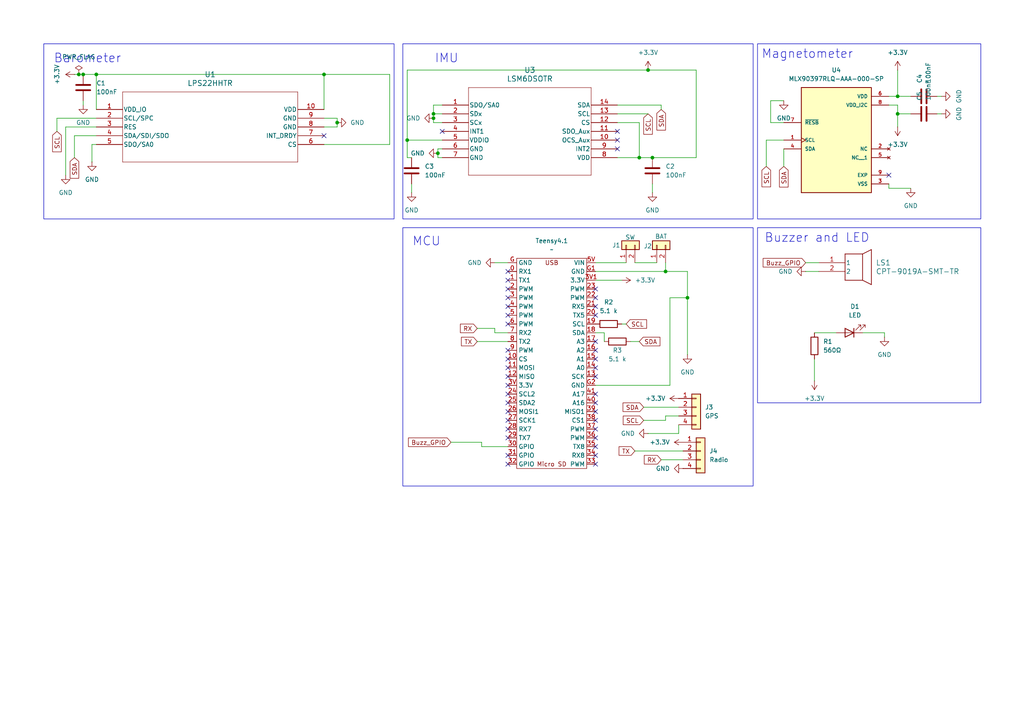
<source format=kicad_sch>
(kicad_sch (version 20250114) (generator "eeschema") (generator_version "9.0")
  (paper "A4")
  (title_block (title "Flight Computer PCB"))
  (lib_symbols
    (symbol "CPT-9019A-SMT-TR:CPT-9019A-SMT-TR" (pin_names (offset 0.254))
      (property "Reference" "LS" (at 7.62 7.62 0))
      (property "Value" "CPT-9019A-SMT-TR" (at 20.32 7.62 0))
      (symbol "CPT-9019A-SMT-TR_0_1"
        (polyline (pts (xy 7.62 2.54) (xy 7.62 -5.08)) (stroke (width 0.2032)))
        (polyline (pts (xy 7.62 -5.08) (xy 12.7 -5.08)) (stroke (width 0.2032)))
        (polyline (pts (xy 12.7 2.54) (xy 7.62 2.54)) (stroke (width 0.2032)))
        (polyline (pts (xy 12.7 2.54) (xy 15.24 3.81)) (stroke (width 0.2032)))
        (polyline (pts (xy 12.7 -5.08) (xy 12.7 2.54)) (stroke (width 0.2032)))
        (polyline (pts (xy 15.24 3.81) (xy 15.24 -6.35)) (stroke (width 0.2032)))
        (polyline (pts (xy 15.24 -6.35) (xy 12.7 -5.08)) (stroke (width 0.2032)))
        (pin unspecified line (at 0 0 0) (length 7.62) (name "1") (number "1"))
        (pin unspecified line (at 0 -2.54 0) (length 7.62) (name "2") (number "2"))
      )
    )
    (symbol "Connector_Generic:Conn_01x02" (pin_names (offset 1.016) (hide yes))
      (property "Reference" "J" (at 0 2.54 0))
      (property "Value" "Conn_01x02" (at 0 -5.08 0))
      (symbol "Conn_01x02_1_1"
        (rectangle (start -1.27 1.27) (end 1.27 -3.81) (stroke (width 0.254)) (fill (type background)))
        (rectangle (start -1.27 0.127) (end 0 -0.127) (stroke (width 0.1524)))
        (rectangle (start -1.27 -2.413) (end 0 -2.667) (stroke (width 0.1524)))
        (pin passive line (at -5.08 0 0) (length 3.81) (name "Pin_1") (number "1"))
        (pin passive line (at -5.08 -2.54 0) (length 3.81) (name "Pin_2") (number "2"))
      )
    )
    (symbol "Connector_Generic:Conn_01x04" (pin_names (offset 1.016) (hide yes))
      (property "Reference" "J" (at 0 5.08 0))
      (property "Value" "Conn_01x04" (at 0 -7.62 0))
      (symbol "Conn_01x04_1_1"
        (rectangle (start -1.27 3.81) (end 1.27 -6.35) (stroke (width 0.254)) (fill (type background)))
        (rectangle (start -1.27 2.667) (end 0 2.413) (stroke (width 0.1524)))
        (rectangle (start -1.27 0.127) (end 0 -0.127) (stroke (width 0.1524)))
        (rectangle (start -1.27 -2.413) (end 0 -2.667) (stroke (width 0.1524)))
        (rectangle (start -1.27 -4.953) (end 0 -5.207) (stroke (width 0.1524)))
        (pin passive line (at -5.08 2.54 0) (length 3.81) (name "Pin_1") (number "1"))
        (pin passive line (at -5.08 0 0) (length 3.81) (name "Pin_2") (number "2"))
        (pin passive line (at -5.08 -2.54 0) (length 3.81) (name "Pin_3") (number "3"))
        (pin passive line (at -5.08 -5.08 0) (length 3.81) (name "Pin_4") (number "4"))
      )
    )
    (symbol "Device:C" (pin_numbers (hide yes)) (pin_names (offset 0.254))
      (property "Reference" "C" (at 0.635 2.54 0))
      (property "Value" "C" (at 0.635 -2.54 0))
      (symbol "C_0_1"
        (polyline (pts (xy -2.032 0.762) (xy 2.032 0.762)) (stroke (width 0.508)))
        (polyline (pts (xy -2.032 -0.762) (xy 2.032 -0.762)) (stroke (width 0.508)))
      )
      (symbol "C_1_1"
        (pin passive line (at 0 3.81 270) (length 2.794) (name "~") (number "1"))
        (pin passive line (at 0 -3.81 90) (length 2.794) (name "~") (number "2"))
      )
    )
    (symbol "Device:LED" (pin_numbers (hide yes)) (pin_names (offset 1.016) (hide yes))
      (property "Reference" "D" (at 0 2.54 0))
      (property "Value" "LED" (at 0 -2.54 0))
      (symbol "LED_0_1"
        (polyline (pts (xy -3.048 -0.762) (xy -4.572 -2.286) (xy -3.81 -2.286) (xy -4.572 -2.286) (xy -4.572 -1.524)))
        (polyline (pts (xy -1.778 -0.762) (xy -3.302 -2.286) (xy -2.54 -2.286) (xy -3.302 -2.286) (xy -3.302 -1.524)))
        (polyline (pts (xy -1.27 0) (xy 1.27 0)))
        (polyline (pts (xy -1.27 -1.27) (xy -1.27 1.27)) (stroke (width 0.254)))
        (polyline (pts (xy 1.27 -1.27) (xy 1.27 1.27) (xy -1.27 0) (xy 1.27 -1.27)) (stroke (width 0.254)))
      )
      (symbol "LED_1_1"
        (pin passive line (at -3.81 0 0) (length 2.54) (name "K") (number "1"))
        (pin passive line (at 3.81 0 180) (length 2.54) (name "A") (number "2"))
      )
    )
    (symbol "Device:R" (pin_numbers (hide yes)) (pin_names (offset 0))
      (property "Reference" "R" (at 2.032 0 90))
      (property "Value" "R" (at 0 0 90))
      (symbol "R_0_1"
        (rectangle (start -1.016 -2.54) (end 1.016 2.54) (stroke (width 0.254)))
      )
      (symbol "R_1_1"
        (pin passive line (at 0 3.81 270) (length 1.27) (name "~") (number "1"))
        (pin passive line (at 0 -3.81 90) (length 1.27) (name "~") (number "2"))
      )
    )
    (symbol "LPS22HHTR:LPS22HHTR" (pin_names (offset 0.254))
      (property "Reference" "U" (at 33.02 10.16 0))
      (property "Value" "LPS22HHTR" (at 33.02 7.62 0))
      (symbol "LPS22HHTR_0_1"
        (polyline (pts (xy 7.62 5.08) (xy 7.62 -15.24)) (stroke (width 0.127)))
        (polyline (pts (xy 7.62 -15.24) (xy 58.42 -15.24)) (stroke (width 0.127)))
        (polyline (pts (xy 58.42 5.08) (xy 7.62 5.08)) (stroke (width 0.127)))
        (polyline (pts (xy 58.42 -15.24) (xy 58.42 5.08)) (stroke (width 0.127)))
        (pin power_in line (at 0 0 0) (length 7.62) (name "VDD_IO") (number "1"))
        (pin unspecified line (at 0 -2.54 0) (length 7.62) (name "SCL/SPC") (number "2"))
        (pin unspecified line (at 0 -5.08 0) (length 7.62) (name "RES") (number "3"))
        (pin unspecified line (at 0 -7.62 0) (length 7.62) (name "SDA/SDI/SDO") (number "4"))
        (pin unspecified line (at 0 -10.16 0) (length 7.62) (name "SDO/SA0") (number "5"))
        (pin power_in line (at 66.04 0 180) (length 7.62) (name "VDD") (number "10"))
        (pin power_out line (at 66.04 -2.54 180) (length 7.62) (name "GND") (number "9"))
        (pin power_out line (at 66.04 -5.08 180) (length 7.62) (name "GND") (number "8"))
        (pin unspecified line (at 66.04 -7.62 180) (length 7.62) (name "INT_DRDY") (number "7"))
        (pin unspecified line (at 66.04 -10.16 180) (length 7.62) (name "CS") (number "6"))
      )
    )
    (symbol "LSM6DSOTR:LSM6DSOTR" (pin_names (offset 0.254))
      (property "Reference" "U" (at 25.4 10.16 0))
      (property "Value" "LSM6DSOTR" (at 25.4 7.62 0))
      (symbol "LSM6DSOTR_0_1"
        (polyline (pts (xy 7.62 5.08) (xy 7.62 -20.32)) (stroke (width 0.127)))
        (polyline (pts (xy 7.62 -20.32) (xy 43.18 -20.32)) (stroke (width 0.127)))
        (polyline (pts (xy 43.18 5.08) (xy 7.62 5.08)) (stroke (width 0.127)))
        (polyline (pts (xy 43.18 -20.32) (xy 43.18 5.08)) (stroke (width 0.127)))
        (pin bidirectional line (at 0 0 0) (length 7.62) (name "SDO/SA0") (number "1"))
        (pin bidirectional line (at 0 -2.54 0) (length 7.62) (name "SDx") (number "2"))
        (pin bidirectional line (at 0 -5.08 0) (length 7.62) (name "SCx") (number "3"))
        (pin output line (at 0 -7.62 0) (length 7.62) (name "INT1") (number "4"))
        (pin power_in line (at 0 -10.16 0) (length 7.62) (name "VDDIO") (number "5"))
        (pin power_out line (at 0 -12.7 0) (length 7.62) (name "GND") (number "6"))
        (pin power_out line (at 0 -15.24 0) (length 7.62) (name "GND") (number "7"))
        (pin bidirectional line (at 50.8 0 180) (length 7.62) (name "SDA") (number "14"))
        (pin input line (at 50.8 -2.54 180) (length 7.62) (name "SCL") (number "13"))
        (pin input line (at 50.8 -5.08 180) (length 7.62) (name "CS") (number "12"))
        (pin bidirectional line (at 50.8 -7.62 180) (length 7.62) (name "SDO_Aux") (number "11"))
        (pin bidirectional line (at 50.8 -10.16 180) (length 7.62) (name "OCS_Aux") (number "10"))
        (pin output line (at 50.8 -12.7 180) (length 7.62) (name "INT2") (number "9"))
        (pin power_in line (at 50.8 -15.24 180) (length 7.62) (name "VDD") (number "8"))
      )
    )
    (symbol "MLX90397RLQ-AAA-000-SP:MLX90397RLQ-AAA-000-SP" (pin_names (offset 1.016))
      (property "Reference" "U" (at -10.16 13.462 0))
      (property "Value" "MLX90397RLQ-AAA-000-SP" (at -10.16 -20.32 0))
      (symbol "MLX90397RLQ-AAA-000-SP_0_0"
        (rectangle (start -10.16 -17.78) (end 10.16 12.7) (stroke (width 0.254)) (fill (type background)))
        (pin input line (at -15.24 2.54 0) (length 5.08) (name "~{RESB}") (number "7"))
        (pin input clock (at -15.24 -2.54 0) (length 5.08) (name "SCL") (number "1"))
        (pin bidirectional line (at -15.24 -5.08 0) (length 5.08) (name "SDA") (number "4"))
        (pin power_in line (at 15.24 10.16 180) (length 5.08) (name "VDD") (number "6"))
        (pin power_in line (at 15.24 7.62 180) (length 5.08) (name "VDD_I2C") (number "8"))
        (pin no_connect line (at 15.24 -5.08 180) (length 5.08) (name "NC") (number "2"))
        (pin no_connect line (at 15.24 -7.62 180) (length 5.08) (name "NC__1") (number "5"))
        (pin passive line (at 15.24 -12.7 180) (length 5.08) (name "EXP") (number "9"))
        (pin power_in line (at 15.24 -15.24 180) (length 5.08) (name "VSS") (number "3"))
      )
    )
    (symbol "Teensy:Teensy4.1"
      (property "Reference" "Teensy4.1" (at 0 0 90))
      (symbol "Teensy4.1_0_1"
        (rectangle (start -10.16 30.48) (end 10.16 -30.48))
      )
      (symbol "Teensy4.1_1_1"
        (text "USB" (at 0 29.21 0) (effects (font (size 1.27 1.27))))
        (text "Micro SD" (at 0 -29.21 0) (effects (font (size 1.27 1.27))))
        (pin input line (at -12.7 29.21 0) (length 2.54) (name "GND") (number "G"))
        (pin input line (at -12.7 26.67 0) (length 2.54) (name "RX1") (number "0"))
        (pin input line (at -12.7 24.13 0) (length 2.54) (name "TX1") (number "1"))
        (pin input line (at -12.7 21.59 0) (length 2.54) (name "PWM") (number "2"))
        (pin input line (at -12.7 19.05 0) (length 2.54) (name "PWM") (number "3"))
        (pin input line (at -12.7 16.51 0) (length 2.54) (name "PWM") (number "4"))
        (pin input line (at -12.7 13.97 0) (length 2.54) (name "PWM") (number "5"))
        (pin input line (at -12.7 11.43 0) (length 2.54) (name "PWM") (number "6"))
        (pin input line (at -12.7 8.89 0) (length 2.54) (name "RX2") (number "7"))
        (pin input line (at -12.7 6.35 0) (length 2.54) (name "TX2") (number "8"))
        (pin input line (at -12.7 3.81 0) (length 2.54) (name "PWM") (number "9"))
        (pin input line (at -12.7 1.27 0) (length 2.54) (name "CS") (number "10"))
        (pin input line (at -12.7 -1.27 0) (length 2.54) (name "MOSI") (number "11"))
        (pin input line (at -12.7 -3.81 0) (length 2.54) (name "MISO") (number "12"))
        (pin input line (at -12.7 -6.35 0) (length 2.54) (name "3.3V") (number "3V"))
        (pin input line (at -12.7 -8.89 0) (length 2.54) (name "SCL2") (number "24"))
        (pin input line (at -12.7 -11.43 0) (length 2.54) (name "SDA2") (number "25"))
        (pin input line (at -12.7 -13.97 0) (length 2.54) (name "MOSI1") (number "26"))
        (pin input line (at -12.7 -16.51 0) (length 2.54) (name "SCK1") (number "27"))
        (pin input line (at -12.7 -19.05 0) (length 2.54) (name "RX7") (number "28"))
        (pin input line (at -12.7 -21.59 0) (length 2.54) (name "TX7") (number "29"))
        (pin input line (at -12.7 -24.13 0) (length 2.54) (name "GPIO") (number "30"))
        (pin input line (at -12.7 -26.67 0) (length 2.54) (name "GPIO") (number "31"))
        (pin input line (at -12.7 -29.21 0) (length 2.54) (name "GPIO") (number "32"))
        (pin input line (at 12.7 29.21 180) (length 2.54) (name "VIN") (number "5V"))
        (pin input line (at 12.7 26.67 180) (length 2.54) (name "GND") (number "G1"))
        (pin input line (at 12.7 24.13 180) (length 2.54) (name "3.3V") (number "3V1"))
        (pin input line (at 12.7 21.59 180) (length 2.54) (name "PWM") (number "23"))
        (pin input line (at 12.7 19.05 180) (length 2.54) (name "PWM") (number "22"))
        (pin input line (at 12.7 16.51 180) (length 2.54) (name "RX5") (number "21"))
        (pin input line (at 12.7 13.97 180) (length 2.54) (name "TX5") (number "20"))
        (pin input line (at 12.7 11.43 180) (length 2.54) (name "SCL") (number "19"))
        (pin input line (at 12.7 8.89 180) (length 2.54) (name "SDA") (number "18"))
        (pin input line (at 12.7 6.35 180) (length 2.54) (name "A3") (number "17"))
        (pin input line (at 12.7 3.81 180) (length 2.54) (name "A2") (number "16"))
        (pin input line (at 12.7 1.27 180) (length 2.54) (name "A1") (number "15"))
        (pin input line (at 12.7 -1.27 180) (length 2.54) (name "A0") (number "14"))
        (pin input line (at 12.7 -3.81 180) (length 2.54) (name "SCK") (number "13"))
        (pin input line (at 12.7 -6.35 180) (length 2.54) (name "GND") (number "G2"))
        (pin input line (at 12.7 -8.89 180) (length 2.54) (name "A17") (number "41"))
        (pin input line (at 12.7 -11.43 180) (length 2.54) (name "A16") (number "40"))
        (pin input line (at 12.7 -13.97 180) (length 2.54) (name "MISO1") (number "39"))
        (pin input line (at 12.7 -16.51 180) (length 2.54) (name "CS1") (number "38"))
        (pin input line (at 12.7 -19.05 180) (length 2.54) (name "PWM") (number "37"))
        (pin input line (at 12.7 -21.59 180) (length 2.54) (name "PWM") (number "36"))
        (pin input line (at 12.7 -24.13 180) (length 2.54) (name "TX8") (number "35"))
        (pin input line (at 12.7 -26.67 180) (length 2.54) (name "RX8") (number "34"))
        (pin input line (at 12.7 -29.21 180) (length 2.54) (name "PWM") (number "33"))
      )
    )
    (symbol "power:+3.3V" (power) (pin_numbers (hide yes)) (pin_names (offset 0) (hide yes))
      (property "Value" "+3.3V" (at 0 3.556 0))
      (symbol "+3.3V_0_1"
        (polyline (pts (xy -0.762 1.27) (xy 0 2.54)))
        (polyline (pts (xy 0 2.54) (xy 0.762 1.27)))
        (polyline (pts (xy 0 0) (xy 0 2.54)))
      )
      (symbol "+3.3V_1_1"
        (pin power_in line (at 0 0 90) (length 0) (name "~") (number "1"))
      )
    )
    (symbol "power:GND" (power) (pin_numbers (hide yes)) (pin_names (offset 0) (hide yes))
      (property "Value" "GND" (at 0 -3.81 0))
      (symbol "GND_0_1"
        (polyline (pts (xy 0 0) (xy 0 -1.27) (xy 1.27 -1.27) (xy 0 -2.54) (xy -1.27 -1.27) (xy 0 -1.27)))
      )
      (symbol "GND_1_1"
        (pin power_in line (at 0 0 270) (length 0) (name "~") (number "1"))
      )
    )
    (symbol "power:PWR_FLAG" (power) (pin_numbers (hide yes)) (pin_names (offset 0) (hide yes))
      (property "Value" "PWR_FLAG" (at 0 3.81 0))
      (symbol "PWR_FLAG_0_0"
        (pin power_out line (at 0 0 90) (length 0) (name "~") (number "1"))
      )
      (symbol "PWR_FLAG_0_1"
        (polyline (pts (xy 0 0) (xy 0 1.27) (xy -1.016 1.905) (xy 0 2.54) (xy 1.016 1.905) (xy 0 1.27)))
      )
    )
  )
  (rectangle (start 219.71 66.04) (end 284.48 116.84))
  (rectangle (start 12.7 12.7) (end 114.3 63.5))
  (rectangle (start 219.71 12.7) (end 284.48 63.5))
  (rectangle (start 116.84 12.7) (end 218.44 63.5))
  (rectangle (start 116.84 66.04) (end 218.44 140.97))
  (text "Buzzer and LED" (at 236.982 69.088 0) (effects (font (size 2.54 2.54))))
  (text "MCU" (at 123.698 70.104 0) (effects (font (size 2.54 2.54))))
  (text "Magnetometer" (at 234.188 15.748 0) (effects (font (size 2.54 2.54))))
  (text "IMU" (at 129.54 17.018 0) (effects (font (size 2.54 2.54))))
  (text "Barometer" (at 25.4 17.018 0) (effects (font (size 2.54 2.54))))
  (junction (at 97.79 35.56))
  (junction (at 127 44.45))
  (junction (at 199.39 86.36))
  (junction (at 260.35 33.02))
  (junction (at 118.11 40.64))
  (junction (at 187.96 20.32))
  (junction (at 125.73 33.02))
  (junction (at 260.35 27.94))
  (junction (at 185.42 45.72))
  (junction (at 27.94 21.59))
  (junction (at 189.23 45.72))
  (junction (at 125.73 34.29))
  (junction (at 24.13 21.59))
  (junction (at 193.04 78.74))
  (junction (at 22.86 21.59))
  (junction (at 93.98 21.59))
  (no_connect (at 172.72 83.82))
  (no_connect (at 172.72 129.54))
  (no_connect (at 147.32 116.84))
  (no_connect (at 147.32 81.28))
  (no_connect (at 147.32 83.82))
  (no_connect (at 179.07 43.18))
  (no_connect (at 172.72 101.6))
  (no_connect (at 147.32 114.3))
  (no_connect (at 147.32 109.22))
  (no_connect (at 172.72 99.06))
  (no_connect (at 172.72 119.38))
  (no_connect (at 172.72 121.92))
  (no_connect (at 172.72 106.68))
  (no_connect (at 147.32 132.08))
  (no_connect (at 147.32 111.76))
  (no_connect (at 172.72 124.46))
  (no_connect (at 147.32 124.46))
  (no_connect (at 172.72 109.22))
  (no_connect (at 147.32 134.62))
  (no_connect (at 172.72 104.14))
  (no_connect (at 147.32 88.9))
  (no_connect (at 147.32 86.36))
  (no_connect (at 147.32 78.74))
  (no_connect (at 147.32 119.38))
  (no_connect (at 172.72 86.36))
  (no_connect (at 147.32 91.44))
  (no_connect (at 172.72 132.08))
  (no_connect (at 172.72 127))
  (no_connect (at 257.81 50.8))
  (no_connect (at 93.98 39.37))
  (no_connect (at 172.72 91.44))
  (no_connect (at 128.27 38.1))
  (no_connect (at 147.32 93.98))
  (no_connect (at 147.32 106.68))
  (no_connect (at 172.72 114.3))
  (no_connect (at 172.72 134.62))
  (no_connect (at 179.07 38.1))
  (no_connect (at 147.32 127))
  (no_connect (at 172.72 88.9))
  (no_connect (at 147.32 104.14))
  (no_connect (at 179.07 40.64))
  (no_connect (at 172.72 116.84))
  (no_connect (at 147.32 101.6))
  (no_connect (at 147.32 121.92))
  (wire (pts (xy 21.59 39.37) (xy 27.94 39.37)))
  (wire (pts (xy 127 45.72) (xy 127 44.45)))
  (wire (pts (xy 127 43.18) (xy 128.27 43.18)))
  (wire (pts (xy 223.52 35.56) (xy 227.33 35.56)))
  (wire (pts (xy 93.98 31.75) (xy 93.98 21.59)))
  (wire (pts (xy 271.78 33.02) (xy 273.05 33.02)))
  (wire (pts (xy 227.33 43.18) (xy 227.33 48.26)))
  (wire (pts (xy 222.25 40.64) (xy 227.33 40.64)))
  (wire (pts (xy 172.72 78.74) (xy 193.04 78.74)))
  (wire (pts (xy 182.88 99.06) (xy 185.42 99.06)))
  (wire (pts (xy 172.72 81.28) (xy 180.34 81.28)))
  (wire (pts (xy 16.51 34.29) (xy 27.94 34.29)))
  (wire (pts (xy 118.11 20.32) (xy 118.11 40.64)))
  (wire (pts (xy 187.96 125.73) (xy 196.85 125.73)))
  (wire (pts (xy 21.59 21.59) (xy 22.86 21.59)))
  (wire (pts (xy 128.27 30.48) (xy 125.73 30.48)))
  (wire (pts (xy 119.38 53.34) (xy 119.38 55.88)))
  (wire (pts (xy 118.11 45.72) (xy 119.38 45.72)))
  (wire (pts (xy 139.7 129.54) (xy 147.32 129.54)))
  (wire (pts (xy 125.73 33.02) (xy 125.73 34.29)))
  (wire (pts (xy 138.43 99.06) (xy 147.32 99.06)))
  (wire (pts (xy 186.69 118.11) (xy 196.85 118.11)))
  (wire (pts (xy 26.67 46.99) (xy 26.67 41.91)))
  (wire (pts (xy 186.69 121.92) (xy 193.04 121.92)))
  (wire (pts (xy 19.05 36.83) (xy 27.94 36.83)))
  (wire (pts (xy 179.07 45.72) (xy 185.42 45.72)))
  (wire (pts (xy 260.35 27.94) (xy 257.81 27.94)))
  (wire (pts (xy 93.98 41.91) (xy 113.03 41.91)))
  (wire (pts (xy 143.51 76.2) (xy 147.32 76.2)))
  (wire (pts (xy 128.27 35.56) (xy 125.73 35.56)))
  (wire (pts (xy 193.04 121.92) (xy 193.04 120.65)))
  (wire (pts (xy 113.03 21.59) (xy 93.98 21.59)))
  (wire (pts (xy 185.42 45.72) (xy 189.23 45.72)))
  (wire (pts (xy 256.54 97.79) (xy 256.54 96.52)))
  (wire (pts (xy 194.31 111.76) (xy 194.31 86.36)))
  (wire (pts (xy 128.27 33.02) (xy 125.73 33.02)))
  (wire (pts (xy 233.68 76.2) (xy 237.49 76.2)))
  (wire (pts (xy 260.35 33.02) (xy 264.16 33.02)))
  (wire (pts (xy 113.03 41.91) (xy 113.03 21.59)))
  (wire (pts (xy 180.34 93.98) (xy 181.61 93.98)))
  (wire (pts (xy 184.15 130.81) (xy 198.12 130.81)))
  (wire (pts (xy 26.67 41.91) (xy 27.94 41.91)))
  (wire (pts (xy 179.07 33.02) (xy 187.96 33.02)))
  (wire (pts (xy 264.16 54.61) (xy 257.81 54.61)))
  (wire (pts (xy 139.7 128.27) (xy 139.7 129.54)))
  (wire (pts (xy 130.81 128.27) (xy 139.7 128.27)))
  (wire (pts (xy 24.13 21.59) (xy 27.94 21.59)))
  (wire (pts (xy 233.68 78.74) (xy 237.49 78.74)))
  (wire (pts (xy 260.35 20.32) (xy 260.35 27.94)))
  (wire (pts (xy 127 44.45) (xy 127 43.18)))
  (wire (pts (xy 27.94 21.59) (xy 93.98 21.59)))
  (wire (pts (xy 97.79 34.29) (xy 97.79 35.56)))
  (wire (pts (xy 24.13 29.21) (xy 24.13 30.48)))
  (wire (pts (xy 250.19 96.52) (xy 256.54 96.52)))
  (wire (pts (xy 118.11 45.72) (xy 118.11 40.64)))
  (wire (pts (xy 187.96 20.32) (xy 201.93 20.32)))
  (wire (pts (xy 201.93 20.32) (xy 201.93 45.72)))
  (wire (pts (xy 236.22 104.14) (xy 236.22 110.49)))
  (wire (pts (xy 222.25 48.26) (xy 222.25 40.64)))
  (wire (pts (xy 196.85 125.73) (xy 196.85 123.19)))
  (wire (pts (xy 260.35 30.48) (xy 257.81 30.48)))
  (wire (pts (xy 179.07 35.56) (xy 185.42 35.56)))
  (wire (pts (xy 260.35 27.94) (xy 264.16 27.94)))
  (wire (pts (xy 191.77 31.75) (xy 191.77 30.48)))
  (wire (pts (xy 138.43 95.25) (xy 143.51 95.25)))
  (wire (pts (xy 93.98 34.29) (xy 97.79 34.29)))
  (wire (pts (xy 93.98 36.83) (xy 97.79 36.83)))
  (wire (pts (xy 194.31 86.36) (xy 199.39 86.36)))
  (wire (pts (xy 201.93 45.72) (xy 189.23 45.72)))
  (wire (pts (xy 118.11 20.32) (xy 187.96 20.32)))
  (wire (pts (xy 257.81 54.61) (xy 257.81 53.34)))
  (wire (pts (xy 21.59 45.72) (xy 21.59 39.37)))
  (wire (pts (xy 191.77 133.35) (xy 198.12 133.35)))
  (wire (pts (xy 260.35 36.83) (xy 260.35 33.02)))
  (wire (pts (xy 223.52 29.21) (xy 227.33 29.21)))
  (wire (pts (xy 22.86 21.59) (xy 24.13 21.59)))
  (wire (pts (xy 16.51 38.1) (xy 16.51 34.29)))
  (wire (pts (xy 184.15 76.2) (xy 190.5 76.2)))
  (wire (pts (xy 27.94 21.59) (xy 27.94 31.75)))
  (wire (pts (xy 175.26 96.52) (xy 172.72 96.52)))
  (wire (pts (xy 143.51 95.25) (xy 143.51 96.52)))
  (wire (pts (xy 260.35 33.02) (xy 260.35 30.48)))
  (wire (pts (xy 125.73 30.48) (xy 125.73 33.02)))
  (wire (pts (xy 271.78 27.94) (xy 273.05 27.94)))
  (wire (pts (xy 223.52 29.21) (xy 223.52 35.56)))
  (wire (pts (xy 172.72 76.2) (xy 181.61 76.2)))
  (wire (pts (xy 191.77 30.48) (xy 179.07 30.48)))
  (wire (pts (xy 185.42 35.56) (xy 185.42 45.72)))
  (wire (pts (xy 193.04 120.65) (xy 196.85 120.65)))
  (wire (pts (xy 199.39 78.74) (xy 199.39 86.36)))
  (wire (pts (xy 19.05 50.8) (xy 19.05 36.83)))
  (wire (pts (xy 172.72 111.76) (xy 194.31 111.76)))
  (wire (pts (xy 128.27 45.72) (xy 127 45.72)))
  (wire (pts (xy 97.79 36.83) (xy 97.79 35.56)))
  (wire (pts (xy 193.04 78.74) (xy 199.39 78.74)))
  (wire (pts (xy 193.04 76.2) (xy 193.04 78.74)))
  (wire (pts (xy 199.39 86.36) (xy 199.39 102.87)))
  (wire (pts (xy 118.11 40.64) (xy 128.27 40.64)))
  (wire (pts (xy 125.73 35.56) (xy 125.73 34.29)))
  (wire (pts (xy 236.22 96.52) (xy 242.57 96.52)))
  (wire (pts (xy 175.26 99.06) (xy 175.26 96.52)))
  (wire (pts (xy 143.51 96.52) (xy 147.32 96.52)))
  (wire (pts (xy 189.23 53.34) (xy 189.23 55.88)))
  (global_label "SCL" (shape input) (at 181.61 93.98 0) (property "Intersheetrefs" "${INTERSHEET_REFS}" (effects (hide yes))))
  (global_label "SCL" (shape input) (at 186.69 121.92 180) (property "Intersheetrefs" "${INTERSHEET_REFS}" (effects (hide yes))))
  (global_label "Buzz_GPIO" (shape input) (at 233.68 76.2 180) (property "Intersheetrefs" "${INTERSHEET_REFS}" (effects (hide yes))))
  (global_label "SDA" (shape input) (at 21.59 45.72 270) (property "Intersheetrefs" "${INTERSHEET_REFS}" (effects (hide yes))))
  (global_label "SCL" (shape input) (at 222.25 48.26 270) (property "Intersheetrefs" "${INTERSHEET_REFS}" (effects (hide yes))))
  (global_label "SDA" (shape input) (at 227.33 48.26 270) (property "Intersheetrefs" "${INTERSHEET_REFS}" (effects (hide yes))))
  (global_label "Buzz_GPIO" (shape input) (at 130.81 128.27 180) (property "Intersheetrefs" "${INTERSHEET_REFS}" (effects (hide yes))))
  (global_label "SDA" (shape input) (at 185.42 99.06 0) (property "Intersheetrefs" "${INTERSHEET_REFS}" (effects (hide yes))))
  (global_label "RX" (shape input) (at 191.77 133.35 180) (property "Intersheetrefs" "${INTERSHEET_REFS}" (effects (hide yes))))
  (global_label "SCL" (shape input) (at 187.96 33.02 270) (property "Intersheetrefs" "${INTERSHEET_REFS}" (effects (hide yes))))
  (global_label "SDA" (shape input) (at 191.77 31.75 270) (property "Intersheetrefs" "${INTERSHEET_REFS}" (effects (hide yes))))
  (global_label "SCL" (shape input) (at 16.51 38.1 270) (property "Intersheetrefs" "${INTERSHEET_REFS}" (effects (hide yes))))
  (global_label "TX" (shape input) (at 138.43 99.06 180) (property "Intersheetrefs" "${INTERSHEET_REFS}" (effects (hide yes))))
  (global_label "TX" (shape input) (at 184.15 130.81 180) (property "Intersheetrefs" "${INTERSHEET_REFS}" (effects (hide yes))))
  (global_label "RX" (shape input) (at 138.43 95.25 180) (property "Intersheetrefs" "${INTERSHEET_REFS}" (effects (hide yes))))
  (global_label "SDA" (shape input) (at 186.69 118.11 180) (property "Intersheetrefs" "${INTERSHEET_REFS}" (effects (hide yes))))
  (symbol (lib_id "power:+3.3V") (at 236.22 110.49 0) (mirror x) (unit 1)
    (property "Reference" "#PWR026" (effects (hide yes)))
    (property "Value" "+3.3V" (at 236.22 115.57 0))
    (property "Description" "Power symbol creates a global label with name \"+3.3V\"" (effects (hide yes)))
  )
  (symbol (lib_id "Device:C") (at 267.97 27.94 90) (unit 1)
    (property "Reference" "C4" (at 266.6999 24.13 0) (effects (justify left)))
    (property "Value" "100nF" (at 269.2399 24.13 0) (effects (justify left)))
    (property "Footprint" "Capacitor_SMD:C_0603_1608Metric" (effects (hide yes)))
    (property "Description" "Unpolarized capacitor" (effects (hide yes)))
  )
  (symbol (lib_id "Device:C") (at 119.38 49.53 0) (unit 1)
    (property "Reference" "C3" (at 123.19 48.2599 0) (effects (justify left)))
    (property "Value" "100nF" (at 123.19 50.7999 0) (effects (justify left)))
    (property "Footprint" "Capacitor_SMD:C_0603_1608Metric" (effects (hide yes)))
    (property "Description" "Unpolarized capacitor" (effects (hide yes)))
  )
  (symbol (lib_id "power:GND") (at 233.68 78.74 270) (unit 1)
    (property "Reference" "#PWR04" (effects (hide yes)))
    (property "Value" "GND" (at 229.87 78.7399 90) (effects (justify right)))
    (property "Description" "Power symbol creates a global label with name \"GND\" , ground" (effects (hide yes)))
  )
  (symbol (lib_id "power:GND") (at 199.39 102.87 0) (unit 1)
    (property "Reference" "#PWR019" (effects (hide yes)))
    (property "Value" "GND" (at 199.39 107.95 0))
    (property "Description" "Power symbol creates a global label with name \"GND\" , ground" (effects (hide yes)))
  )
  (symbol (lib_id "power:GND") (at 256.54 97.79 0) (unit 1)
    (property "Reference" "#PWR03" (effects (hide yes)))
    (property "Value" "GND" (at 256.54 102.87 0))
    (property "Description" "Power symbol creates a global label with name \"GND\" , ground" (effects (hide yes)))
  )
  (symbol (lib_id "power:GND") (at 227.33 29.21 0) (unit 1)
    (property "Reference" "#PWR028" (effects (hide yes)))
    (property "Value" "GND" (at 227.33 34.29 0))
    (property "Description" "Power symbol creates a global label with name \"GND\" , ground" (effects (hide yes)))
  )
  (symbol (lib_id "power:GND") (at 19.05 50.8 0) (unit 1)
    (property "Reference" "#PWR02" (effects (hide yes)))
    (property "Value" "GND" (at 19.05 55.88 0))
    (property "Description" "Power symbol creates a global label with name \"GND\" , ground" (effects (hide yes)))
  )
  (symbol (lib_id "power:GND") (at 127 44.45 270) (unit 1)
    (property "Reference" "#PWR07" (effects (hide yes)))
    (property "Value" "GND" (at 123.19 44.4499 90) (effects (justify right)))
    (property "Description" "Power symbol creates a global label with name \"GND\" , ground" (effects (hide yes)))
  )
  (symbol (lib_id "power:+3.3V") (at 180.34 81.28 270) (unit 1)
    (property "Reference" "#PWR020" (effects (hide yes)))
    (property "Value" "+3.3V" (at 184.15 81.2799 90) (effects (justify left)))
    (property "Description" "Power symbol creates a global label with name \"+3.3V\"" (effects (hide yes)))
  )
  (symbol (lib_id "power:GND") (at 26.67 46.99 0) (unit 1)
    (property "Reference" "#PWR06" (effects (hide yes)))
    (property "Value" "GND" (at 26.67 52.07 0))
    (property "Description" "Power symbol creates a global label with name \"GND\" , ground" (effects (hide yes)))
  )
  (symbol (lib_id "Device:LED") (at 246.38 96.52 180) (unit 1)
    (property "Reference" "D1" (at 247.9675 88.9 0))
    (property "Value" "LED" (at 247.9675 91.44 0))
    (property "Footprint" "LED_SMD:LED_0805_2012Metric" (effects (hide yes)))
    (property "Description" "Light emitting diode" (effects (hide yes)))
    (property "Sim.Pins" "1=K 2=A" (effects (hide yes)))
  )
  (symbol (lib_id "power:GND") (at 119.38 55.88 0) (unit 1)
    (property "Reference" "#PWR09" (effects (hide yes)))
    (property "Value" "GND" (at 119.38 60.96 0))
    (property "Description" "Power symbol creates a global label with name \"GND\" , ground" (effects (hide yes)))
  )
  (symbol (lib_id "power:GND") (at 264.16 54.61 0) (unit 1)
    (property "Reference" "#PWR013" (effects (hide yes)))
    (property "Value" "GND" (at 264.16 59.69 0))
    (property "Description" "Power symbol creates a global label with name \"GND\" , ground" (effects (hide yes)))
  )
  (symbol (lib_id "Connector_Generic:Conn_01x02") (at 190.5 71.12 90) (unit 1)
    (property "Reference" "J2" (at 186.69 71.374 90) (effects (justify right)))
    (property "Value" "BAT" (at 189.992 68.58 90) (effects (justify right)))
    (property "Footprint" "Connector_JST:JST_XH_S2B-XH-A-1_1x02_P2.50mm_Horizontal" (effects (hide yes)))
    (property "Description" "Generic connector, single row, 01x02, script generated (kicad-library-utils/schlib/autogen/connector/)" (effects (hide yes)))
  )
  (symbol (lib_id "power:+3.3V") (at 196.85 115.57 90) (mirror x) (unit 1)
    (property "Reference" "#PWR014" (effects (hide yes)))
    (property "Value" "+3.3V" (at 193.04 115.5699 90) (effects (justify left)))
    (property "Description" "Power symbol creates a global label with name \"+3.3V\"" (effects (hide yes)))
  )
  (symbol (lib_id "Teensy:Teensy4.1") (at 160.02 105.41 0) (unit 1)
    (property "Reference" "Teensy4.1" (at 160.02 69.85 0))
    (property "Value" "~" (at 160.02 72.39 0))
    (property "Footprint" "Teensy:teensy" (effects (hide yes)))
  )
  (symbol (lib_id "power:GND") (at 125.73 34.29 270) (unit 1)
    (property "Reference" "#PWR010" (effects (hide yes)))
    (property "Value" "GND" (at 121.92 34.2899 90) (effects (justify right)))
    (property "Description" "Power symbol creates a global label with name \"GND\" , ground" (effects (hide yes)))
  )
  (symbol (lib_id "Device:R") (at 176.53 93.98 90) (unit 1)
    (property "Reference" "R2" (at 176.53 87.63 90))
    (property "Value" "5.1 k" (at 176.53 90.17 90))
    (property "Footprint" "Resistor_SMD:R_0603_1608Metric" (effects (hide yes)))
    (property "Description" "Resistor" (effects (hide yes)))
  )
  (symbol (lib_id "power:+3.3V") (at 198.12 128.27 90) (mirror x) (unit 1)
    (property "Reference" "#PWR016" (effects (hide yes)))
    (property "Value" "+3.3V" (at 194.31 128.2699 90) (effects (justify left)))
    (property "Description" "Power symbol creates a global label with name \"+3.3V\"" (effects (hide yes)))
  )
  (symbol (lib_id "power:GND") (at 198.12 135.89 270) (unit 1)
    (property "Reference" "#PWR017" (effects (hide yes)))
    (property "Value" "GND" (at 194.31 135.8899 90) (effects (justify right)))
    (property "Description" "Power symbol creates a global label with name \"GND\" , ground" (effects (hide yes)))
  )
  (symbol (lib_id "Device:C") (at 189.23 49.53 0) (unit 1)
    (property "Reference" "C2" (at 193.04 48.2599 0) (effects (justify left)))
    (property "Value" "100nF" (at 193.04 50.7999 0) (effects (justify left)))
    (property "Footprint" "Capacitor_SMD:C_0603_1608Metric" (effects (hide yes)))
    (property "Description" "Unpolarized capacitor" (effects (hide yes)))
  )
  (symbol (lib_id "Device:C") (at 24.13 25.4 0) (unit 1)
    (property "Reference" "C1" (at 27.94 24.1299 0) (effects (justify left)))
    (property "Value" "100nF" (at 27.94 26.6699 0) (effects (justify left)))
    (property "Footprint" "Capacitor_SMD:C_0603_1608Metric" (effects (hide yes)))
    (property "Description" "Unpolarized capacitor" (effects (hide yes)))
  )
  (symbol (lib_id "power:GND") (at 24.13 30.48 0) (unit 1)
    (property "Reference" "#PWR01" (effects (hide yes)))
    (property "Value" "GND" (at 24.13 35.56 0))
    (property "Description" "Power symbol creates a global label with name \"GND\" , ground" (effects (hide yes)))
  )
  (symbol (lib_id "Connector_Generic:Conn_01x04") (at 203.2 130.81 0) (unit 1)
    (property "Reference" "J4" (at 205.74 130.8099 0) (effects (justify left)))
    (property "Value" "Radio" (at 205.74 133.3499 0) (effects (justify left)))
    (property "Footprint" "Connector_JST:JST_XH_S4B-XH-A-1_1x04_P2.50mm_Horizontal" (effects (hide yes)))
    (property "Description" "Generic connector, single row, 01x04, script generated (kicad-library-utils/schlib/autogen/connector/)" (effects (hide yes)))
  )
  (symbol (lib_id "Connector_Generic:Conn_01x04") (at 201.93 118.11 0) (unit 1)
    (property "Reference" "J3" (at 204.47 118.1099 0) (effects (justify left)))
    (property "Value" "GPS" (at 204.47 120.6499 0) (effects (justify left)))
    (property "Footprint" "Connector_JST:JST_XH_S4B-XH-A-1_1x04_P2.50mm_Horizontal" (effects (hide yes)))
    (property "Description" "Generic connector, single row, 01x04, script generated (kicad-library-utils/schlib/autogen/connector/)" (effects (hide yes)))
  )
  (symbol (lib_id "MLX90397RLQ-AAA-000-SP:MLX90397RLQ-AAA-000-SP") (at 242.57 38.1 0) (unit 1)
    (property "Reference" "U4" (at 242.57 20.32 0))
    (property "Value" "MLX90397RLQ-AAA-000-SP" (at 242.57 22.86 0))
    (property "Footprint" "Library:SON40P200X250X40-9N" (effects (hide yes)))
    (property "PARTREV" "002" (effects (hide yes)))
    (property "MANUFACTURER" "Melexis" (effects (hide yes)))
    (property "MAXIMUM_PACKAGE_HEIGHT" "0.4mm" (effects (hide yes)))
    (property "STANDARD" "IPC-7351B" (effects (hide yes)))
  )
  (symbol (lib_id "power:GND") (at 143.51 76.2 270) (unit 1)
    (property "Reference" "#PWR022" (effects (hide yes)))
    (property "Value" "GND" (at 139.7 76.1999 90) (effects (justify right)))
    (property "Description" "Power symbol creates a global label with name \"GND\" , ground" (effects (hide yes)))
  )
  (symbol (lib_id "power:PWR_FLAG") (at 22.86 21.59 0) (unit 1)
    (property "Reference" "#FLG01" (effects (hide yes)))
    (property "Value" "PWR_FLAG" (at 22.86 16.51 0))
    (property "Description" "Special symbol for telling ERC where power comes from" (effects (hide yes)))
  )
  (symbol (lib_id "power:GND") (at 187.96 125.73 270) (unit 1)
    (property "Reference" "#PWR015" (effects (hide yes)))
    (property "Value" "GND" (at 184.15 125.7299 90) (effects (justify right)))
    (property "Description" "Power symbol creates a global label with name \"GND\" , ground" (effects (hide yes)))
  )
  (symbol (lib_id "CPT-9019A-SMT-TR:CPT-9019A-SMT-TR") (at 237.49 76.2 0) (unit 1)
    (property "Reference" "LS1" (at 254 76.1999 0) (effects (font (size 1.524 1.524)) (justify left)))
    (property "Value" "CPT-9019A-SMT-TR" (at 254 78.7399 0) (effects (font (size 1.524 1.524)) (justify left)))
    (property "Footprint" "CPT-9019A-SMT-TR:Adafruit_Buzzer" (effects (hide yes)))
    (property "Datasheet" "CPT-9019A-SMT-TR" (effects (hide yes)))
  )
  (symbol (lib_id "power:GND") (at 273.05 27.94 90) (unit 1)
    (property "Reference" "#PWR011" (effects (hide yes)))
    (property "Value" "GND" (at 278.13 27.94 0))
    (property "Description" "Power symbol creates a global label with name \"GND\" , ground" (effects (hide yes)))
  )
  (symbol (lib_id "Device:R") (at 236.22 100.33 0) (unit 1)
    (property "Reference" "R1" (at 238.76 99.0599 0) (effects (justify left)))
    (property "Value" "560Ω" (at 238.76 101.5999 0) (effects (justify left)))
    (property "Footprint" "Resistor_SMD:R_0603_1608Metric" (effects (hide yes)))
    (property "Description" "Resistor" (effects (hide yes)))
  )
  (symbol (lib_id "power:+3.3V") (at 260.35 20.32 0) (unit 1)
    (property "Reference" "#PWR023" (effects (hide yes)))
    (property "Value" "+3.3V" (at 260.35 15.24 0))
    (property "Description" "Power symbol creates a global label with name \"+3.3V\"" (effects (hide yes)))
  )
  (symbol (lib_id "power:+3.3V") (at 21.59 21.59 90) (mirror x) (unit 1)
    (property "Reference" "#PWR024" (effects (hide yes)))
    (property "Value" "+3.3V" (at 16.51 21.59 0))
    (property "Description" "Power symbol creates a global label with name \"+3.3V\"" (effects (hide yes)))
  )
  (symbol (lib_id "power:GND") (at 273.05 33.02 90) (unit 1)
    (property "Reference" "#PWR012" (effects (hide yes)))
    (property "Value" "GND" (at 278.13 33.02 0))
    (property "Description" "Power symbol creates a global label with name \"GND\" , ground" (effects (hide yes)))
  )
  (symbol (lib_id "power:GND") (at 97.79 35.56 90) (unit 1)
    (property "Reference" "#PWR05" (effects (hide yes)))
    (property "Value" "GND" (at 101.6 35.5599 90) (effects (justify right)))
    (property "Description" "Power symbol creates a global label with name \"GND\" , ground" (effects (hide yes)))
  )
  (symbol (lib_id "Device:C") (at 267.97 33.02 90) (unit 1)
    (property "Reference" "C5" (at 266.6999 29.21 0) (effects (justify left)))
    (property "Value" "100nF" (at 269.2399 29.21 0) (effects (justify left)))
    (property "Footprint" "Capacitor_SMD:C_0603_1608Metric" (effects (hide yes)))
    (property "Description" "Unpolarized capacitor" (effects (hide yes)))
  )
  (symbol (lib_id "power:+3.3V") (at 260.35 36.83 0) (mirror x) (unit 1)
    (property "Reference" "#PWR021" (effects (hide yes)))
    (property "Value" "+3.3V" (at 260.35 41.91 0))
    (property "Description" "Power symbol creates a global label with name \"+3.3V\"" (effects (hide yes)))
  )
  (symbol (lib_id "power:GND") (at 189.23 55.88 0) (unit 1)
    (property "Reference" "#PWR08" (effects (hide yes)))
    (property "Value" "GND" (at 189.23 60.96 0))
    (property "Description" "Power symbol creates a global label with name \"GND\" , ground" (effects (hide yes)))
  )
  (symbol (lib_id "power:+3.3V") (at 187.96 20.32 0) (unit 1)
    (property "Reference" "#PWR025" (effects (hide yes)))
    (property "Value" "+3.3V" (at 187.96 15.24 0))
    (property "Description" "Power symbol creates a global label with name \"+3.3V\"" (effects (hide yes)))
  )
  (symbol (lib_id "LSM6DSOTR:LSM6DSOTR") (at 128.27 30.48 0) (unit 1)
    (property "Reference" "U3" (at 153.67 20.32 0) (effects (font (size 1.524 1.524))))
    (property "Value" "LSM6DSOTR" (at 153.67 22.86 0) (effects (font (size 1.524 1.524))))
    (property "Footprint" "LSM6DSOTR:LGA-14L_2P5X3X0P86_STM" (effects (hide yes)))
    (property "Datasheet" "https://www.st.com/resource/en/datasheet/lsm6dso.pdf" (effects (hide yes)))
  )
  (symbol (lib_id "Connector_Generic:Conn_01x02") (at 181.61 71.12 90) (unit 1)
    (property "Reference" "J1" (at 177.546 71.12 90) (effects (justify right)))
    (property "Value" "SW" (at 181.356 68.834 90) (effects (justify right)))
    (property "Footprint" "Connector_JST:JST_XH_S2B-XH-A-1_1x02_P2.50mm_Horizontal" (effects (hide yes)))
    (property "Description" "Generic connector, single row, 01x02, script generated (kicad-library-utils/schlib/autogen/connector/)" (effects (hide yes)))
  )
  (symbol (lib_id "Device:R") (at 179.07 99.06 90) (unit 1)
    (property "Reference" "R3" (at 179.07 101.6 90))
    (property "Value" "5.1 k" (at 179.07 104.14 90))
    (property "Footprint" "Resistor_SMD:R_0603_1608Metric" (effects (hide yes)))
    (property "Description" "Resistor" (effects (hide yes)))
  )
  (symbol (lib_id "LPS22HHTR:LPS22HHTR") (at 27.94 31.75 0) (unit 1)
    (property "Reference" "U1" (at 60.96 21.59 0) (effects (font (size 1.524 1.524))))
    (property "Value" "LPS22HHTR" (at 60.96 24.13 0) (effects (font (size 1.524 1.524))))
    (property "Footprint" "LPS22HHTR:HLGA-10L_2X2X0P73_STM" (effects (hide yes)))
    (property "Datasheet" "https://www.st.com/resource/en/datasheet/lps22hh.pdf" (effects (hide yes)))
  )
)
</source>
